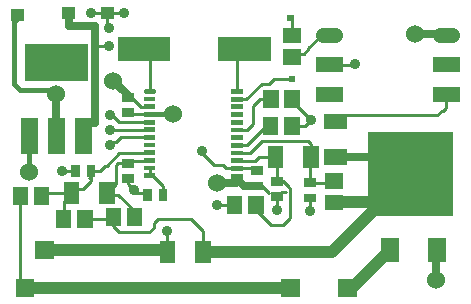
<source format=gbr>
G04 start of page 2 for group 0 idx 0 *
G04 Title: (unknown), top *
G04 Creator: pcb 20110918 *
G04 CreationDate: mar 22 dic 2015 20:03:52 GMT UTC *
G04 For: paolo *
G04 Format: Gerber/RS-274X *
G04 PCB-Dimensions: 155000 102500 *
G04 PCB-Coordinate-Origin: lower left *
%MOIN*%
%FSLAX25Y25*%
%LNTOP*%
%ADD168C,0.0350*%
%ADD167C,0.0200*%
%ADD166C,0.0600*%
%ADD165C,0.0360*%
%ADD164R,0.0200X0.0200*%
%ADD163R,0.2800X0.2800*%
%ADD162R,0.0500X0.0500*%
%ADD161C,0.0500*%
%ADD160R,0.0560X0.0560*%
%ADD159R,0.0800X0.0800*%
%ADD158R,0.1220X0.1220*%
%ADD157R,0.0400X0.0400*%
%ADD156R,0.0160X0.0160*%
%ADD155R,0.0600X0.0600*%
%ADD154R,0.0295X0.0295*%
%ADD153R,0.0512X0.0512*%
%ADD152C,0.0400*%
%ADD151C,0.0250*%
%ADD150C,0.0160*%
%ADD149C,0.0100*%
G54D149*X36500Y56000D02*X35500Y55000D01*
X38500Y52500D02*X34250Y48250D01*
X48600Y49900D02*X42341D01*
X41500Y49059D01*
X41441Y49000D02*X38000D01*
X41500Y43941D02*Y42000D01*
X44500Y39000D01*
X43543Y31000D02*Y32957D01*
X38000Y38500D01*
Y49000D02*X37500Y48500D01*
Y42095D01*
X34250Y48250D02*X33750D01*
X32000Y46500D01*
X34905Y38500D02*X34405Y39000D01*
X27043Y30500D02*X35957D01*
X36457Y31000D01*
X19957Y30500D02*Y36362D01*
X32000Y46500D02*X29059D01*
Y45464D01*
X37500Y42095D02*X34202Y38798D01*
X29059Y45000D02*Y43059D01*
X23941Y46500D02*X20500D01*
G54D150*X20000Y46000D02*X20500Y46500D01*
X8500Y58100D02*Y46000D01*
G54D149*X29000Y46500D02*Y44500D01*
X28500Y44000D01*
X29059Y43059D02*X26500Y40500D01*
X24095D01*
X22595Y39000D02*X13543D01*
X12543Y38000D01*
X24095Y40500D02*X19957Y36362D01*
G54D151*X54095Y20000D02*X54595Y19500D01*
G54D149*X38500Y26000D02*X48500D01*
G54D152*X13500Y20000D02*X54095D01*
G54D149*X36500Y30500D02*Y28000D01*
X38500Y26000D01*
X38000Y38500D02*X34905D01*
X5457Y38000D02*Y9043D01*
X7000Y7500D01*
X96000Y91543D02*Y97000D01*
X95500Y97500D01*
X108500Y91900D02*X105900D01*
X101500Y87500D01*
G54D151*X137000Y92000D02*X147400D01*
X147500Y91900D01*
G54D149*X101500Y87500D02*Y87000D01*
X100000Y85500D01*
X97043D01*
X96000Y84457D01*
X108500Y81900D02*X116900D01*
X117000Y82000D01*
X77700Y72900D02*Y84400D01*
X80300Y87000D01*
X80800Y70300D02*X86000Y75500D01*
X88500D01*
X90000Y77000D01*
X96000D01*
X85500Y70500D02*X88500D01*
X89000Y70000D01*
X77700Y70300D02*X80800D01*
X147500Y71900D02*Y67500D01*
X146500Y66500D01*
X146000D01*
X144500Y65000D01*
X113095D01*
X110500Y62405D01*
X96086Y70500D02*Y69914D01*
X102500Y63500D01*
X96043Y61500D02*X100500D01*
X102500Y63500D01*
X77700Y47300D02*X83759D01*
X84500Y46559D01*
X78000Y47300D02*X74200D01*
X73000Y48500D01*
X70000D01*
X66000Y52500D01*
X66500Y26500D02*Y19595D01*
G54D151*X84441Y41500D02*X80000D01*
G54D149*X84500Y41441D02*X86059D01*
G54D151*X71000Y42500D02*X77500D01*
G54D149*X77700Y44700D02*X77800D01*
X84441Y41500D02*X84500Y41441D01*
X71000Y35000D02*X76957D01*
G54D151*X80000Y41500D02*X78000Y43500D01*
X77500Y42500D02*X78250Y43250D01*
G54D149*X48600Y47400D02*Y44800D01*
X49700D01*
X53000Y41500D01*
Y38559D01*
X53059Y38500D01*
X44500Y39000D02*X47441D01*
X47941Y38500D01*
X48500Y26000D02*X50000Y27500D01*
X54500Y26500D02*Y20000D01*
X54298Y19798D01*
X50000Y27500D02*Y29000D01*
X51500Y30500D01*
X62500D01*
X66500Y26500D01*
G54D152*X66405Y19500D02*X109500D01*
G54D149*X66500Y19595D02*X66405Y19500D01*
X86059Y41441D02*X88500Y39000D01*
X91000Y43000D02*X93000D01*
X92500Y39500D02*X93941D01*
X89941Y39000D02*X91000Y37941D01*
X93000Y43000D02*X95000Y41000D01*
X91000Y33500D02*Y37941D01*
X90970Y37971D01*
G54D152*X7000Y7500D02*X95500D01*
G54D149*X81000Y60100D02*X81100D01*
X83000Y62000D01*
X81000Y55000D02*X87500Y61500D01*
X88957D01*
X83000Y62000D02*Y68000D01*
X85500Y70500D01*
X77700Y60100D02*X80400D01*
X80500Y60000D01*
X80900D01*
X81000Y60100D01*
X81900Y52400D02*X86000Y56500D01*
X101500D01*
X102500Y55500D01*
Y51095D01*
X102000Y50595D01*
X77700Y55000D02*X81000D01*
X77700Y52400D02*X81900D01*
X77700Y49800D02*X83800D01*
X85000Y51000D01*
X90595D01*
X91000Y50595D02*X90595Y51000D01*
X91000Y43059D02*Y50595D01*
X102000Y42559D02*Y50595D01*
Y42500D02*X109457D01*
X110000Y43043D01*
G54D151*X125957Y35957D02*X135500Y45500D01*
X110500Y51095D02*X129905D01*
X135500Y45500D01*
G54D149*X102000Y33000D02*Y37441D01*
X95250Y40750D02*Y30750D01*
X93000Y28500D01*
X89000D01*
X84000Y33500D01*
Y34957D01*
X84043Y35000D01*
G54D152*X109500Y19500D02*X135500Y45500D01*
X110000Y35957D02*X125957D01*
X134500Y44500D01*
G54D151*X144000Y10000D02*Y19700D01*
X144300Y20000D01*
G54D152*X114550Y7500D02*X116200D01*
X128700Y20000D01*
G54D149*X48600Y65300D02*X42141D01*
X41500Y65941D01*
X48600Y67900D02*X45600D01*
X42500Y71000D01*
X41559D02*X41500Y71059D01*
Y71000D01*
G54D151*X41000D02*Y72000D01*
X36500Y76500D01*
G54D149*X48600Y73000D02*Y85100D01*
X46700Y87000D01*
X48600Y62700D02*X38700D01*
X48600D02*X38300D01*
X48600Y60200D02*X35700D01*
X48600Y57600D02*X39100D01*
X38300Y62700D02*X36000Y65000D01*
X35700Y60200D02*X35500Y60000D01*
X39100Y57600D02*X37500Y56000D01*
X36500D01*
X48600Y52500D02*X38500D01*
G54D150*X48500Y65300D02*X56300D01*
X56500Y65500D01*
G54D151*X30350Y62400D02*X26600D01*
X30350Y94750D02*X21550D01*
Y99000D02*Y94750D01*
G54D150*X4500Y98500D02*Y97000D01*
X3500Y96000D01*
G54D149*X34500Y99000D02*Y94500D01*
X40000Y99000D02*X29000D01*
X42500Y71000D02*X41559D01*
G54D151*X17500Y59100D02*Y71150D01*
G54D150*X5500Y73500D02*X16000D01*
X17500Y72000D01*
X3500Y96000D02*Y75500D01*
X5500Y73500D01*
G54D151*X30350Y94750D02*Y62400D01*
G54D149*X34500Y94500D02*X35000Y94000D01*
Y88000D02*X30350D01*
G54D153*X22595Y40181D02*Y37819D01*
X12543Y38393D02*Y37607D01*
X5457Y38393D02*Y37607D01*
G54D154*X23941Y46992D02*Y46008D01*
X41008Y49059D02*X41992D01*
X41008Y43941D02*X41992D01*
G54D153*X34405Y40181D02*Y37819D01*
G54D154*X29059Y46992D02*Y46008D01*
G54D153*X54595Y20681D02*Y18319D01*
G54D155*X13450Y20000D02*X13550D01*
X6950Y7500D02*X7050D01*
G54D153*X66405Y20681D02*Y18319D01*
X36457Y31393D02*Y30607D01*
X43543Y31393D02*Y30607D01*
X27043Y30893D02*Y30107D01*
X19957Y30893D02*Y30107D01*
G54D156*X47500Y49900D02*X49700D01*
X47500Y47400D02*X49700D01*
X47500Y44800D02*X49700D01*
G54D154*X47941Y38992D02*Y38008D01*
X53059Y38992D02*Y38008D01*
G54D157*X34450Y99000D02*X34550D01*
X4450Y98500D02*X4550D01*
X21450Y99000D02*X21550D01*
G54D158*X13000Y82500D02*X22000D01*
G54D159*X41900Y87000D02*X51500D01*
G54D154*X41008Y71059D02*X41992D01*
X41008Y65941D02*X41992D01*
G54D150*X47500Y73000D02*X49700D01*
G54D156*X47500Y70400D02*X49700D01*
X47500Y67900D02*X49700D01*
X47500Y65300D02*X49700D01*
X47500Y62700D02*X49700D01*
X47500Y60200D02*X49700D01*
X47500Y57600D02*X49700D01*
X47500Y55100D02*X49700D01*
X47500Y52500D02*X49700D01*
G54D160*X8500Y61400D02*Y54800D01*
X17500Y61400D02*Y54800D01*
X26600Y61400D02*Y54800D01*
G54D161*X145500Y91900D02*X149500D01*
G54D162*X145500Y81900D02*X149500D01*
X145500Y71900D02*X149500D01*
G54D154*X101508Y37441D02*X102492D01*
G54D153*X109607Y35957D02*X110393D01*
X109607Y43043D02*X110393D01*
G54D154*X101508Y42559D02*X102492D01*
G54D153*X102405Y52181D02*Y49819D01*
X109319Y51095D02*X111681D01*
G54D155*X95450Y7500D02*X95550D01*
X114500D02*X114600D01*
X128700Y21000D02*Y19000D01*
G54D163*X135400Y45500D02*X135600D01*
G54D155*X144300Y21000D02*Y19000D01*
G54D161*X106500Y91900D02*X110500D01*
G54D162*X106500Y81900D02*X110500D01*
X106500Y71900D02*X110500D01*
G54D153*X109319Y62905D02*X111681D01*
G54D164*X95450Y97500D02*X95550D01*
G54D153*X89000Y70893D02*Y70107D01*
X96086Y70893D02*Y70107D01*
X95607Y91543D02*X96393D01*
X95607Y84457D02*X96393D01*
G54D164*X95950Y77000D02*X96050D01*
G54D159*X75500Y87000D02*X85100D01*
G54D156*X76600Y62600D02*X78800D01*
X76600Y65200D02*X78800D01*
X76600Y67800D02*X78800D01*
X76600Y70300D02*X78800D01*
X76600Y72900D02*X78800D01*
G54D154*X90508Y37941D02*X91492D01*
X90508Y43059D02*X91492D01*
X84008Y41441D02*X84992D01*
X84008Y46559D02*X84992D01*
G54D153*X90595Y52181D02*Y49819D01*
X88957Y61893D02*Y61107D01*
X96043Y61893D02*Y61107D01*
X76957Y35393D02*Y34607D01*
X84043Y35393D02*Y34607D01*
G54D156*X76600Y44700D02*X78800D01*
X76600Y47300D02*X78800D01*
X76600Y49800D02*X78800D01*
X76600Y52400D02*X78800D01*
X76600Y55000D02*X78800D01*
X76600Y57500D02*X78800D01*
X76600Y60100D02*X78800D01*
G54D165*X35500Y65000D03*
Y60000D03*
Y55000D03*
G54D166*X17500Y72000D03*
X36500Y76500D03*
X56500Y65500D03*
G54D165*X43500Y40000D03*
G54D166*X8500Y46000D03*
G54D165*X19500Y46500D03*
X35000Y94000D03*
Y88000D03*
X40000Y99000D03*
X29000D03*
X54500Y26500D03*
X71000Y35000D03*
X91000Y33500D03*
X102000Y33000D03*
G54D166*X71000Y42500D03*
X144000Y10000D03*
X137000Y92000D03*
G54D165*X66000Y53000D03*
X102500Y63500D03*
X117000Y82000D03*
G54D167*G54D168*G54D167*G54D168*G54D167*G54D168*G54D167*M02*

</source>
